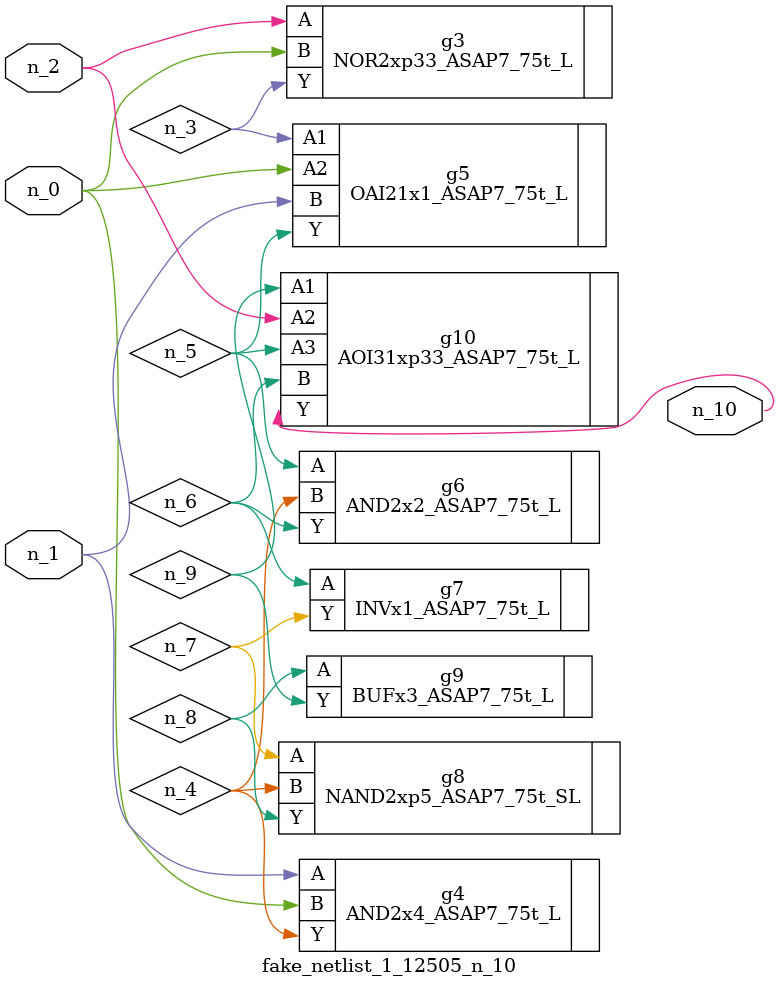
<source format=v>
module fake_netlist_1_12505_n_10 (n_1, n_2, n_0, n_10);
input n_1;
input n_2;
input n_0;
output n_10;
wire n_6;
wire n_4;
wire n_3;
wire n_9;
wire n_5;
wire n_7;
wire n_8;
NOR2xp33_ASAP7_75t_L g3 ( .A(n_2), .B(n_0), .Y(n_3) );
AND2x4_ASAP7_75t_L g4 ( .A(n_1), .B(n_0), .Y(n_4) );
OAI21x1_ASAP7_75t_L g5 ( .A1(n_3), .A2(n_0), .B(n_1), .Y(n_5) );
AND2x2_ASAP7_75t_L g6 ( .A(n_5), .B(n_4), .Y(n_6) );
INVx1_ASAP7_75t_L g7 ( .A(n_6), .Y(n_7) );
NAND2xp5_ASAP7_75t_SL g8 ( .A(n_7), .B(n_4), .Y(n_8) );
BUFx3_ASAP7_75t_L g9 ( .A(n_8), .Y(n_9) );
AOI31xp33_ASAP7_75t_L g10 ( .A1(n_9), .A2(n_2), .A3(n_5), .B(n_6), .Y(n_10) );
endmodule
</source>
